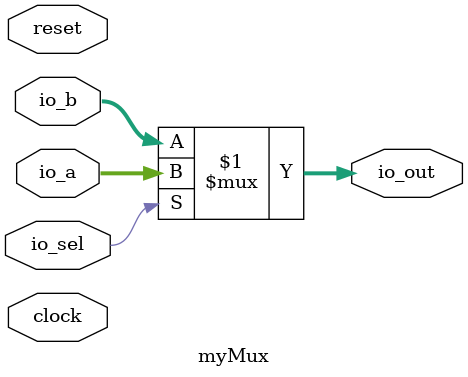
<source format=v>
module myMux(
  input        clock,
  input        reset,
  input  [1:0] io_a,
  input  [1:0] io_b,
  input        io_sel,
  output [1:0] io_out
);
  assign io_out = io_sel ? io_a : io_b; // @[Mux2.scala 38:25 39:7 41:7]
endmodule

</source>
